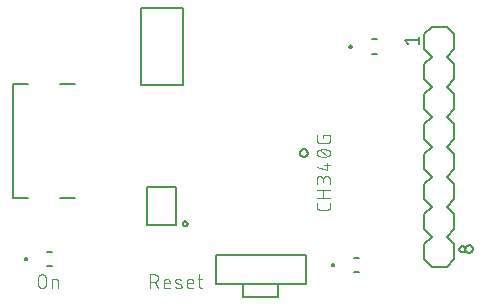
<source format=gbr>
G04 EAGLE Gerber RS-274X export*
G75*
%MOMM*%
%FSLAX34Y34*%
%LPD*%
%INSilkscreen Top*%
%IPPOS*%
%AMOC8*
5,1,8,0,0,1.08239X$1,22.5*%
G01*
%ADD10C,0.101600*%
%ADD11C,0.203200*%
%ADD12C,0.200000*%
%ADD13C,0.127000*%
%ADD14C,0.152400*%


D10*
X115508Y5508D02*
X115508Y17192D01*
X118754Y17192D01*
X118867Y17190D01*
X118980Y17184D01*
X119093Y17174D01*
X119206Y17160D01*
X119318Y17143D01*
X119429Y17121D01*
X119539Y17096D01*
X119649Y17066D01*
X119757Y17033D01*
X119864Y16996D01*
X119970Y16956D01*
X120074Y16911D01*
X120177Y16863D01*
X120278Y16812D01*
X120377Y16757D01*
X120474Y16699D01*
X120569Y16637D01*
X120662Y16572D01*
X120752Y16504D01*
X120840Y16433D01*
X120926Y16358D01*
X121009Y16281D01*
X121089Y16201D01*
X121166Y16118D01*
X121241Y16032D01*
X121312Y15944D01*
X121380Y15854D01*
X121445Y15761D01*
X121507Y15666D01*
X121565Y15569D01*
X121620Y15470D01*
X121671Y15369D01*
X121719Y15266D01*
X121764Y15162D01*
X121804Y15056D01*
X121841Y14949D01*
X121874Y14841D01*
X121904Y14731D01*
X121929Y14621D01*
X121951Y14510D01*
X121968Y14398D01*
X121982Y14285D01*
X121992Y14172D01*
X121998Y14059D01*
X122000Y13946D01*
X121998Y13833D01*
X121992Y13720D01*
X121982Y13607D01*
X121968Y13494D01*
X121951Y13382D01*
X121929Y13271D01*
X121904Y13161D01*
X121874Y13051D01*
X121841Y12943D01*
X121804Y12836D01*
X121764Y12730D01*
X121719Y12626D01*
X121671Y12523D01*
X121620Y12422D01*
X121565Y12323D01*
X121507Y12226D01*
X121445Y12131D01*
X121380Y12038D01*
X121312Y11948D01*
X121241Y11860D01*
X121166Y11774D01*
X121089Y11691D01*
X121009Y11611D01*
X120926Y11534D01*
X120840Y11459D01*
X120752Y11388D01*
X120662Y11320D01*
X120569Y11255D01*
X120474Y11193D01*
X120377Y11135D01*
X120278Y11080D01*
X120177Y11029D01*
X120074Y10981D01*
X119970Y10936D01*
X119864Y10896D01*
X119757Y10859D01*
X119649Y10826D01*
X119539Y10796D01*
X119429Y10771D01*
X119318Y10749D01*
X119206Y10732D01*
X119093Y10718D01*
X118980Y10708D01*
X118867Y10702D01*
X118754Y10700D01*
X118754Y10701D02*
X115508Y10701D01*
X119403Y10701D02*
X121999Y5508D01*
X128699Y5508D02*
X131944Y5508D01*
X128699Y5508D02*
X128612Y5510D01*
X128524Y5516D01*
X128438Y5526D01*
X128351Y5539D01*
X128266Y5557D01*
X128181Y5578D01*
X128097Y5603D01*
X128015Y5632D01*
X127934Y5665D01*
X127854Y5701D01*
X127776Y5740D01*
X127700Y5784D01*
X127626Y5830D01*
X127555Y5880D01*
X127485Y5933D01*
X127418Y5989D01*
X127354Y6048D01*
X127292Y6110D01*
X127233Y6174D01*
X127177Y6241D01*
X127124Y6311D01*
X127074Y6382D01*
X127028Y6456D01*
X126984Y6532D01*
X126945Y6610D01*
X126909Y6690D01*
X126876Y6771D01*
X126847Y6853D01*
X126822Y6937D01*
X126801Y7022D01*
X126783Y7107D01*
X126770Y7194D01*
X126760Y7280D01*
X126754Y7368D01*
X126752Y7455D01*
X126751Y7455D02*
X126751Y10701D01*
X126752Y10701D02*
X126754Y10802D01*
X126760Y10902D01*
X126770Y11002D01*
X126783Y11102D01*
X126801Y11201D01*
X126822Y11300D01*
X126847Y11397D01*
X126876Y11494D01*
X126909Y11589D01*
X126945Y11683D01*
X126985Y11775D01*
X127028Y11866D01*
X127075Y11955D01*
X127125Y12042D01*
X127179Y12128D01*
X127236Y12211D01*
X127296Y12291D01*
X127359Y12370D01*
X127426Y12446D01*
X127495Y12519D01*
X127567Y12589D01*
X127641Y12657D01*
X127718Y12722D01*
X127798Y12783D01*
X127880Y12842D01*
X127964Y12897D01*
X128050Y12949D01*
X128138Y12998D01*
X128228Y13043D01*
X128320Y13085D01*
X128413Y13123D01*
X128508Y13157D01*
X128603Y13188D01*
X128700Y13215D01*
X128798Y13238D01*
X128897Y13258D01*
X128997Y13273D01*
X129097Y13285D01*
X129197Y13293D01*
X129298Y13297D01*
X129398Y13297D01*
X129499Y13293D01*
X129599Y13285D01*
X129699Y13273D01*
X129799Y13258D01*
X129898Y13238D01*
X129996Y13215D01*
X130093Y13188D01*
X130188Y13157D01*
X130283Y13123D01*
X130376Y13085D01*
X130468Y13043D01*
X130558Y12998D01*
X130646Y12949D01*
X130732Y12897D01*
X130816Y12842D01*
X130898Y12783D01*
X130978Y12722D01*
X131055Y12657D01*
X131129Y12589D01*
X131201Y12519D01*
X131270Y12446D01*
X131337Y12370D01*
X131400Y12291D01*
X131460Y12211D01*
X131517Y12128D01*
X131571Y12042D01*
X131621Y11955D01*
X131668Y11866D01*
X131711Y11775D01*
X131751Y11683D01*
X131787Y11589D01*
X131820Y11494D01*
X131849Y11397D01*
X131874Y11300D01*
X131895Y11201D01*
X131913Y11102D01*
X131926Y11002D01*
X131936Y10902D01*
X131942Y10802D01*
X131944Y10701D01*
X131944Y9403D01*
X126751Y9403D01*
X137631Y10052D02*
X140877Y8754D01*
X137631Y10051D02*
X137556Y10084D01*
X137482Y10120D01*
X137410Y10159D01*
X137340Y10202D01*
X137273Y10248D01*
X137207Y10298D01*
X137145Y10350D01*
X137084Y10406D01*
X137027Y10464D01*
X136972Y10525D01*
X136921Y10589D01*
X136873Y10655D01*
X136828Y10724D01*
X136786Y10794D01*
X136748Y10867D01*
X136713Y10941D01*
X136682Y11017D01*
X136655Y11094D01*
X136632Y11173D01*
X136612Y11252D01*
X136597Y11333D01*
X136585Y11414D01*
X136577Y11496D01*
X136573Y11577D01*
X136574Y11659D01*
X136578Y11741D01*
X136586Y11823D01*
X136598Y11904D01*
X136614Y11984D01*
X136634Y12064D01*
X136658Y12142D01*
X136686Y12219D01*
X136717Y12295D01*
X136752Y12369D01*
X136790Y12441D01*
X136832Y12512D01*
X136878Y12580D01*
X136926Y12646D01*
X136978Y12709D01*
X137033Y12770D01*
X137091Y12828D01*
X137151Y12884D01*
X137214Y12936D01*
X137280Y12985D01*
X137348Y13031D01*
X137418Y13073D01*
X137490Y13113D01*
X137564Y13148D01*
X137639Y13180D01*
X137716Y13208D01*
X137794Y13232D01*
X137874Y13253D01*
X137954Y13270D01*
X138035Y13282D01*
X138116Y13291D01*
X138198Y13296D01*
X138280Y13297D01*
X138457Y13293D01*
X138634Y13284D01*
X138811Y13270D01*
X138988Y13253D01*
X139163Y13231D01*
X139339Y13206D01*
X139513Y13175D01*
X139687Y13141D01*
X139860Y13103D01*
X140032Y13060D01*
X140203Y13013D01*
X140373Y12963D01*
X140542Y12908D01*
X140709Y12849D01*
X140874Y12786D01*
X141039Y12719D01*
X141201Y12648D01*
X140877Y8754D02*
X140952Y8721D01*
X141026Y8685D01*
X141098Y8646D01*
X141168Y8603D01*
X141235Y8557D01*
X141301Y8507D01*
X141363Y8455D01*
X141424Y8399D01*
X141481Y8341D01*
X141536Y8280D01*
X141587Y8216D01*
X141635Y8150D01*
X141680Y8081D01*
X141722Y8011D01*
X141760Y7938D01*
X141795Y7864D01*
X141826Y7788D01*
X141853Y7711D01*
X141876Y7632D01*
X141896Y7553D01*
X141911Y7472D01*
X141923Y7391D01*
X141931Y7309D01*
X141935Y7228D01*
X141934Y7146D01*
X141930Y7064D01*
X141922Y6982D01*
X141910Y6901D01*
X141894Y6821D01*
X141874Y6741D01*
X141850Y6663D01*
X141822Y6586D01*
X141791Y6510D01*
X141756Y6436D01*
X141718Y6364D01*
X141676Y6293D01*
X141630Y6225D01*
X141582Y6159D01*
X141530Y6096D01*
X141475Y6035D01*
X141417Y5977D01*
X141357Y5921D01*
X141294Y5869D01*
X141228Y5820D01*
X141160Y5774D01*
X141090Y5732D01*
X141018Y5692D01*
X140944Y5657D01*
X140869Y5625D01*
X140792Y5597D01*
X140714Y5573D01*
X140634Y5552D01*
X140554Y5535D01*
X140473Y5523D01*
X140392Y5514D01*
X140310Y5509D01*
X140228Y5508D01*
X139968Y5515D01*
X139708Y5528D01*
X139448Y5547D01*
X139189Y5572D01*
X138930Y5604D01*
X138673Y5641D01*
X138416Y5685D01*
X138160Y5734D01*
X137906Y5790D01*
X137653Y5851D01*
X137402Y5919D01*
X137152Y5993D01*
X136904Y6072D01*
X136658Y6157D01*
X148511Y5508D02*
X151756Y5508D01*
X148511Y5508D02*
X148424Y5510D01*
X148336Y5516D01*
X148250Y5526D01*
X148163Y5539D01*
X148078Y5557D01*
X147993Y5578D01*
X147909Y5603D01*
X147827Y5632D01*
X147746Y5665D01*
X147666Y5701D01*
X147588Y5740D01*
X147512Y5784D01*
X147438Y5830D01*
X147367Y5880D01*
X147297Y5933D01*
X147230Y5989D01*
X147166Y6048D01*
X147104Y6110D01*
X147045Y6174D01*
X146989Y6241D01*
X146936Y6311D01*
X146886Y6382D01*
X146840Y6456D01*
X146796Y6532D01*
X146757Y6610D01*
X146721Y6690D01*
X146688Y6771D01*
X146659Y6853D01*
X146634Y6937D01*
X146613Y7022D01*
X146595Y7107D01*
X146582Y7194D01*
X146572Y7280D01*
X146566Y7368D01*
X146564Y7455D01*
X146563Y7455D02*
X146563Y10701D01*
X146564Y10701D02*
X146566Y10802D01*
X146572Y10902D01*
X146582Y11002D01*
X146595Y11102D01*
X146613Y11201D01*
X146634Y11300D01*
X146659Y11397D01*
X146688Y11494D01*
X146721Y11589D01*
X146757Y11683D01*
X146797Y11775D01*
X146840Y11866D01*
X146887Y11955D01*
X146937Y12042D01*
X146991Y12128D01*
X147048Y12211D01*
X147108Y12291D01*
X147171Y12370D01*
X147238Y12446D01*
X147307Y12519D01*
X147379Y12589D01*
X147453Y12657D01*
X147530Y12722D01*
X147610Y12783D01*
X147692Y12842D01*
X147776Y12897D01*
X147862Y12949D01*
X147950Y12998D01*
X148040Y13043D01*
X148132Y13085D01*
X148225Y13123D01*
X148320Y13157D01*
X148415Y13188D01*
X148512Y13215D01*
X148610Y13238D01*
X148709Y13258D01*
X148809Y13273D01*
X148909Y13285D01*
X149009Y13293D01*
X149110Y13297D01*
X149210Y13297D01*
X149311Y13293D01*
X149411Y13285D01*
X149511Y13273D01*
X149611Y13258D01*
X149710Y13238D01*
X149808Y13215D01*
X149905Y13188D01*
X150000Y13157D01*
X150095Y13123D01*
X150188Y13085D01*
X150280Y13043D01*
X150370Y12998D01*
X150458Y12949D01*
X150544Y12897D01*
X150628Y12842D01*
X150710Y12783D01*
X150790Y12722D01*
X150867Y12657D01*
X150941Y12589D01*
X151013Y12519D01*
X151082Y12446D01*
X151149Y12370D01*
X151212Y12291D01*
X151272Y12211D01*
X151329Y12128D01*
X151383Y12042D01*
X151433Y11955D01*
X151480Y11866D01*
X151523Y11775D01*
X151563Y11683D01*
X151599Y11589D01*
X151632Y11494D01*
X151661Y11397D01*
X151686Y11300D01*
X151707Y11201D01*
X151725Y11102D01*
X151738Y11002D01*
X151748Y10902D01*
X151754Y10802D01*
X151756Y10701D01*
X151756Y9403D01*
X146563Y9403D01*
X155502Y13297D02*
X159397Y13297D01*
X156800Y17192D02*
X156800Y7455D01*
X156801Y7455D02*
X156803Y7368D01*
X156809Y7280D01*
X156819Y7194D01*
X156832Y7107D01*
X156850Y7022D01*
X156871Y6937D01*
X156896Y6853D01*
X156925Y6771D01*
X156958Y6690D01*
X156994Y6610D01*
X157033Y6532D01*
X157077Y6456D01*
X157123Y6382D01*
X157173Y6311D01*
X157226Y6241D01*
X157282Y6174D01*
X157341Y6110D01*
X157403Y6048D01*
X157467Y5989D01*
X157534Y5933D01*
X157604Y5880D01*
X157675Y5830D01*
X157749Y5784D01*
X157825Y5740D01*
X157903Y5701D01*
X157983Y5665D01*
X158064Y5632D01*
X158146Y5603D01*
X158230Y5578D01*
X158315Y5557D01*
X158400Y5539D01*
X158487Y5526D01*
X158573Y5516D01*
X158661Y5510D01*
X158748Y5508D01*
X159397Y5508D01*
X20508Y8754D02*
X20508Y13946D01*
X20510Y14059D01*
X20516Y14172D01*
X20526Y14285D01*
X20540Y14398D01*
X20557Y14510D01*
X20579Y14621D01*
X20604Y14731D01*
X20634Y14841D01*
X20667Y14949D01*
X20704Y15056D01*
X20744Y15162D01*
X20789Y15266D01*
X20837Y15369D01*
X20888Y15470D01*
X20943Y15569D01*
X21001Y15666D01*
X21063Y15761D01*
X21128Y15854D01*
X21196Y15944D01*
X21267Y16032D01*
X21342Y16118D01*
X21419Y16201D01*
X21499Y16281D01*
X21582Y16358D01*
X21668Y16433D01*
X21756Y16504D01*
X21846Y16572D01*
X21939Y16637D01*
X22034Y16699D01*
X22131Y16757D01*
X22230Y16812D01*
X22331Y16863D01*
X22434Y16911D01*
X22538Y16956D01*
X22644Y16996D01*
X22751Y17033D01*
X22859Y17066D01*
X22969Y17096D01*
X23079Y17121D01*
X23190Y17143D01*
X23302Y17160D01*
X23415Y17174D01*
X23528Y17184D01*
X23641Y17190D01*
X23754Y17192D01*
X23867Y17190D01*
X23980Y17184D01*
X24093Y17174D01*
X24206Y17160D01*
X24318Y17143D01*
X24429Y17121D01*
X24539Y17096D01*
X24649Y17066D01*
X24757Y17033D01*
X24864Y16996D01*
X24970Y16956D01*
X25074Y16911D01*
X25177Y16863D01*
X25278Y16812D01*
X25377Y16757D01*
X25474Y16699D01*
X25569Y16637D01*
X25662Y16572D01*
X25752Y16504D01*
X25840Y16433D01*
X25926Y16358D01*
X26009Y16281D01*
X26089Y16201D01*
X26166Y16118D01*
X26241Y16032D01*
X26312Y15944D01*
X26380Y15854D01*
X26445Y15761D01*
X26507Y15666D01*
X26565Y15569D01*
X26620Y15470D01*
X26671Y15369D01*
X26719Y15266D01*
X26764Y15162D01*
X26804Y15056D01*
X26841Y14949D01*
X26874Y14841D01*
X26904Y14731D01*
X26929Y14621D01*
X26951Y14510D01*
X26968Y14398D01*
X26982Y14285D01*
X26992Y14172D01*
X26998Y14059D01*
X27000Y13946D01*
X26999Y13946D02*
X26999Y8754D01*
X27000Y8754D02*
X26998Y8641D01*
X26992Y8528D01*
X26982Y8415D01*
X26968Y8302D01*
X26951Y8190D01*
X26929Y8079D01*
X26904Y7969D01*
X26874Y7859D01*
X26841Y7751D01*
X26804Y7644D01*
X26764Y7538D01*
X26719Y7434D01*
X26671Y7331D01*
X26620Y7230D01*
X26565Y7131D01*
X26507Y7034D01*
X26445Y6939D01*
X26380Y6846D01*
X26312Y6756D01*
X26241Y6668D01*
X26166Y6582D01*
X26089Y6499D01*
X26009Y6419D01*
X25926Y6342D01*
X25840Y6267D01*
X25752Y6196D01*
X25662Y6128D01*
X25569Y6063D01*
X25474Y6001D01*
X25377Y5943D01*
X25278Y5888D01*
X25177Y5837D01*
X25074Y5789D01*
X24970Y5744D01*
X24864Y5704D01*
X24757Y5667D01*
X24649Y5634D01*
X24539Y5604D01*
X24429Y5579D01*
X24318Y5557D01*
X24206Y5540D01*
X24093Y5526D01*
X23980Y5516D01*
X23867Y5510D01*
X23754Y5508D01*
X23641Y5510D01*
X23528Y5516D01*
X23415Y5526D01*
X23302Y5540D01*
X23190Y5557D01*
X23079Y5579D01*
X22969Y5604D01*
X22859Y5634D01*
X22751Y5667D01*
X22644Y5704D01*
X22538Y5744D01*
X22434Y5789D01*
X22331Y5837D01*
X22230Y5888D01*
X22131Y5943D01*
X22034Y6001D01*
X21939Y6063D01*
X21846Y6128D01*
X21756Y6196D01*
X21668Y6267D01*
X21582Y6342D01*
X21499Y6419D01*
X21419Y6499D01*
X21342Y6582D01*
X21267Y6668D01*
X21196Y6756D01*
X21128Y6846D01*
X21063Y6939D01*
X21001Y7034D01*
X20943Y7131D01*
X20888Y7230D01*
X20837Y7331D01*
X20789Y7434D01*
X20744Y7538D01*
X20704Y7644D01*
X20667Y7751D01*
X20634Y7859D01*
X20604Y7969D01*
X20579Y8079D01*
X20557Y8190D01*
X20540Y8302D01*
X20526Y8415D01*
X20516Y8528D01*
X20510Y8641D01*
X20508Y8754D01*
X32206Y5508D02*
X32206Y13297D01*
X35452Y13297D01*
X35539Y13295D01*
X35627Y13289D01*
X35713Y13279D01*
X35800Y13266D01*
X35885Y13248D01*
X35970Y13227D01*
X36054Y13202D01*
X36136Y13173D01*
X36217Y13140D01*
X36297Y13104D01*
X36375Y13065D01*
X36451Y13021D01*
X36525Y12975D01*
X36596Y12925D01*
X36666Y12872D01*
X36733Y12816D01*
X36797Y12757D01*
X36859Y12696D01*
X36918Y12631D01*
X36974Y12564D01*
X37027Y12494D01*
X37077Y12423D01*
X37123Y12349D01*
X37167Y12273D01*
X37206Y12195D01*
X37242Y12115D01*
X37275Y12034D01*
X37304Y11952D01*
X37329Y11868D01*
X37350Y11783D01*
X37368Y11698D01*
X37381Y11611D01*
X37391Y11525D01*
X37397Y11437D01*
X37399Y11350D01*
X37399Y5508D01*
D11*
X242244Y119950D02*
X242246Y120064D01*
X242252Y120177D01*
X242262Y120290D01*
X242276Y120403D01*
X242293Y120515D01*
X242315Y120627D01*
X242341Y120738D01*
X242370Y120847D01*
X242403Y120956D01*
X242440Y121064D01*
X242481Y121170D01*
X242525Y121274D01*
X242574Y121377D01*
X242625Y121479D01*
X242680Y121578D01*
X242739Y121675D01*
X242801Y121771D01*
X242866Y121864D01*
X242934Y121955D01*
X243006Y122043D01*
X243080Y122129D01*
X243158Y122212D01*
X243238Y122292D01*
X243321Y122370D01*
X243407Y122444D01*
X243495Y122516D01*
X243586Y122584D01*
X243679Y122649D01*
X243775Y122711D01*
X243872Y122770D01*
X243971Y122825D01*
X244073Y122876D01*
X244176Y122925D01*
X244280Y122969D01*
X244386Y123010D01*
X244494Y123047D01*
X244603Y123080D01*
X244712Y123109D01*
X244823Y123135D01*
X244935Y123157D01*
X245047Y123174D01*
X245160Y123188D01*
X245273Y123198D01*
X245386Y123204D01*
X245500Y123206D01*
X245614Y123204D01*
X245727Y123198D01*
X245840Y123188D01*
X245953Y123174D01*
X246065Y123157D01*
X246177Y123135D01*
X246288Y123109D01*
X246397Y123080D01*
X246506Y123047D01*
X246614Y123010D01*
X246720Y122969D01*
X246824Y122925D01*
X246927Y122876D01*
X247029Y122825D01*
X247128Y122770D01*
X247225Y122711D01*
X247321Y122649D01*
X247414Y122584D01*
X247505Y122516D01*
X247593Y122444D01*
X247679Y122370D01*
X247762Y122292D01*
X247842Y122212D01*
X247920Y122129D01*
X247994Y122043D01*
X248066Y121955D01*
X248134Y121864D01*
X248199Y121771D01*
X248261Y121675D01*
X248320Y121578D01*
X248375Y121479D01*
X248426Y121377D01*
X248475Y121274D01*
X248519Y121170D01*
X248560Y121064D01*
X248597Y120956D01*
X248630Y120847D01*
X248659Y120738D01*
X248685Y120627D01*
X248707Y120515D01*
X248724Y120403D01*
X248738Y120290D01*
X248748Y120177D01*
X248754Y120064D01*
X248756Y119950D01*
X248754Y119836D01*
X248748Y119723D01*
X248738Y119610D01*
X248724Y119497D01*
X248707Y119385D01*
X248685Y119273D01*
X248659Y119162D01*
X248630Y119053D01*
X248597Y118944D01*
X248560Y118836D01*
X248519Y118730D01*
X248475Y118626D01*
X248426Y118523D01*
X248375Y118421D01*
X248320Y118322D01*
X248261Y118225D01*
X248199Y118129D01*
X248134Y118036D01*
X248066Y117945D01*
X247994Y117857D01*
X247920Y117771D01*
X247842Y117688D01*
X247762Y117608D01*
X247679Y117530D01*
X247593Y117456D01*
X247505Y117384D01*
X247414Y117316D01*
X247321Y117251D01*
X247225Y117189D01*
X247128Y117130D01*
X247029Y117075D01*
X246927Y117024D01*
X246824Y116975D01*
X246720Y116931D01*
X246614Y116890D01*
X246506Y116853D01*
X246397Y116820D01*
X246288Y116791D01*
X246177Y116765D01*
X246065Y116743D01*
X245953Y116726D01*
X245840Y116712D01*
X245727Y116702D01*
X245614Y116696D01*
X245500Y116694D01*
X245386Y116696D01*
X245273Y116702D01*
X245160Y116712D01*
X245047Y116726D01*
X244935Y116743D01*
X244823Y116765D01*
X244712Y116791D01*
X244603Y116820D01*
X244494Y116853D01*
X244386Y116890D01*
X244280Y116931D01*
X244176Y116975D01*
X244073Y117024D01*
X243971Y117075D01*
X243872Y117130D01*
X243775Y117189D01*
X243679Y117251D01*
X243586Y117316D01*
X243495Y117384D01*
X243407Y117456D01*
X243321Y117530D01*
X243238Y117608D01*
X243158Y117688D01*
X243080Y117771D01*
X243006Y117857D01*
X242934Y117945D01*
X242866Y118036D01*
X242801Y118129D01*
X242739Y118225D01*
X242680Y118322D01*
X242625Y118421D01*
X242574Y118523D01*
X242525Y118626D01*
X242481Y118730D01*
X242440Y118836D01*
X242403Y118944D01*
X242370Y119053D01*
X242341Y119162D01*
X242315Y119273D01*
X242293Y119385D01*
X242276Y119497D01*
X242262Y119610D01*
X242252Y119723D01*
X242246Y119836D01*
X242244Y119950D01*
D10*
X267992Y77173D02*
X267992Y74576D01*
X267990Y74477D01*
X267984Y74377D01*
X267975Y74278D01*
X267962Y74180D01*
X267945Y74082D01*
X267924Y73984D01*
X267899Y73888D01*
X267871Y73793D01*
X267839Y73699D01*
X267804Y73606D01*
X267765Y73514D01*
X267722Y73424D01*
X267677Y73336D01*
X267627Y73249D01*
X267575Y73165D01*
X267519Y73082D01*
X267461Y73002D01*
X267399Y72924D01*
X267334Y72849D01*
X267266Y72776D01*
X267196Y72706D01*
X267123Y72638D01*
X267048Y72573D01*
X266970Y72511D01*
X266890Y72453D01*
X266807Y72397D01*
X266723Y72345D01*
X266636Y72295D01*
X266548Y72250D01*
X266458Y72207D01*
X266366Y72168D01*
X266273Y72133D01*
X266179Y72101D01*
X266084Y72073D01*
X265988Y72048D01*
X265890Y72027D01*
X265792Y72010D01*
X265694Y71997D01*
X265595Y71988D01*
X265495Y71982D01*
X265396Y71980D01*
X258904Y71980D01*
X258904Y71979D02*
X258805Y71981D01*
X258705Y71987D01*
X258606Y71996D01*
X258508Y72009D01*
X258410Y72027D01*
X258312Y72047D01*
X258216Y72072D01*
X258120Y72100D01*
X258026Y72132D01*
X257933Y72167D01*
X257842Y72206D01*
X257752Y72249D01*
X257663Y72294D01*
X257577Y72344D01*
X257492Y72396D01*
X257410Y72452D01*
X257330Y72511D01*
X257252Y72572D01*
X257176Y72637D01*
X257103Y72705D01*
X257033Y72775D01*
X256965Y72848D01*
X256900Y72924D01*
X256839Y73002D01*
X256780Y73082D01*
X256724Y73164D01*
X256672Y73249D01*
X256623Y73335D01*
X256577Y73424D01*
X256534Y73514D01*
X256495Y73605D01*
X256460Y73698D01*
X256428Y73792D01*
X256400Y73888D01*
X256375Y73984D01*
X256355Y74082D01*
X256337Y74180D01*
X256324Y74278D01*
X256315Y74377D01*
X256309Y74476D01*
X256307Y74576D01*
X256308Y74576D02*
X256308Y77173D01*
X256308Y81919D02*
X267992Y81919D01*
X261501Y81919D02*
X261501Y88410D01*
X256308Y88410D02*
X267992Y88410D01*
X267992Y93730D02*
X267992Y96976D01*
X267990Y97089D01*
X267984Y97202D01*
X267974Y97315D01*
X267960Y97428D01*
X267943Y97540D01*
X267921Y97651D01*
X267896Y97761D01*
X267866Y97871D01*
X267833Y97979D01*
X267796Y98086D01*
X267756Y98192D01*
X267711Y98296D01*
X267663Y98399D01*
X267612Y98500D01*
X267557Y98599D01*
X267499Y98696D01*
X267437Y98791D01*
X267372Y98884D01*
X267304Y98974D01*
X267233Y99062D01*
X267158Y99148D01*
X267081Y99231D01*
X267001Y99311D01*
X266918Y99388D01*
X266832Y99463D01*
X266744Y99534D01*
X266654Y99602D01*
X266561Y99667D01*
X266466Y99729D01*
X266369Y99787D01*
X266270Y99842D01*
X266169Y99893D01*
X266066Y99941D01*
X265962Y99986D01*
X265856Y100026D01*
X265749Y100063D01*
X265641Y100096D01*
X265531Y100126D01*
X265421Y100151D01*
X265310Y100173D01*
X265198Y100190D01*
X265085Y100204D01*
X264972Y100214D01*
X264859Y100220D01*
X264746Y100222D01*
X264633Y100220D01*
X264520Y100214D01*
X264407Y100204D01*
X264294Y100190D01*
X264182Y100173D01*
X264071Y100151D01*
X263961Y100126D01*
X263851Y100096D01*
X263743Y100063D01*
X263636Y100026D01*
X263530Y99986D01*
X263426Y99941D01*
X263323Y99893D01*
X263222Y99842D01*
X263123Y99787D01*
X263026Y99729D01*
X262931Y99667D01*
X262838Y99602D01*
X262748Y99534D01*
X262660Y99463D01*
X262574Y99388D01*
X262491Y99311D01*
X262411Y99231D01*
X262334Y99148D01*
X262259Y99062D01*
X262188Y98974D01*
X262120Y98884D01*
X262055Y98791D01*
X261993Y98696D01*
X261935Y98599D01*
X261880Y98500D01*
X261829Y98399D01*
X261781Y98296D01*
X261736Y98192D01*
X261696Y98086D01*
X261659Y97979D01*
X261626Y97871D01*
X261596Y97761D01*
X261571Y97651D01*
X261549Y97540D01*
X261532Y97428D01*
X261518Y97315D01*
X261508Y97202D01*
X261502Y97089D01*
X261500Y96976D01*
X256308Y97625D02*
X256308Y93730D01*
X256308Y97625D02*
X256310Y97726D01*
X256316Y97826D01*
X256326Y97926D01*
X256339Y98026D01*
X256357Y98125D01*
X256378Y98224D01*
X256403Y98321D01*
X256432Y98418D01*
X256465Y98513D01*
X256501Y98607D01*
X256541Y98699D01*
X256584Y98790D01*
X256631Y98879D01*
X256681Y98966D01*
X256735Y99052D01*
X256792Y99135D01*
X256852Y99215D01*
X256915Y99294D01*
X256982Y99370D01*
X257051Y99443D01*
X257123Y99513D01*
X257197Y99581D01*
X257274Y99646D01*
X257354Y99707D01*
X257436Y99766D01*
X257520Y99821D01*
X257606Y99873D01*
X257694Y99922D01*
X257784Y99967D01*
X257876Y100009D01*
X257969Y100047D01*
X258064Y100081D01*
X258159Y100112D01*
X258256Y100139D01*
X258354Y100162D01*
X258453Y100182D01*
X258553Y100197D01*
X258653Y100209D01*
X258753Y100217D01*
X258854Y100221D01*
X258954Y100221D01*
X259055Y100217D01*
X259155Y100209D01*
X259255Y100197D01*
X259355Y100182D01*
X259454Y100162D01*
X259552Y100139D01*
X259649Y100112D01*
X259744Y100081D01*
X259839Y100047D01*
X259932Y100009D01*
X260024Y99967D01*
X260114Y99922D01*
X260202Y99873D01*
X260288Y99821D01*
X260372Y99766D01*
X260454Y99707D01*
X260534Y99646D01*
X260611Y99581D01*
X260685Y99513D01*
X260757Y99443D01*
X260826Y99370D01*
X260893Y99294D01*
X260956Y99215D01*
X261016Y99135D01*
X261073Y99052D01*
X261127Y98966D01*
X261177Y98879D01*
X261224Y98790D01*
X261267Y98699D01*
X261307Y98607D01*
X261343Y98513D01*
X261376Y98418D01*
X261405Y98321D01*
X261430Y98224D01*
X261451Y98125D01*
X261469Y98026D01*
X261482Y97926D01*
X261492Y97826D01*
X261498Y97726D01*
X261500Y97625D01*
X261501Y97625D02*
X261501Y95028D01*
X265396Y105160D02*
X256308Y107756D01*
X265396Y105160D02*
X265396Y111651D01*
X262799Y109704D02*
X267992Y109704D01*
X262150Y116590D02*
X261920Y116593D01*
X261690Y116601D01*
X261461Y116615D01*
X261232Y116634D01*
X261003Y116659D01*
X260775Y116689D01*
X260548Y116724D01*
X260322Y116765D01*
X260097Y116811D01*
X259873Y116863D01*
X259650Y116920D01*
X259429Y116982D01*
X259209Y117050D01*
X258991Y117123D01*
X258775Y117201D01*
X258561Y117284D01*
X258349Y117372D01*
X258138Y117465D01*
X257931Y117564D01*
X257931Y117563D02*
X257841Y117596D01*
X257752Y117632D01*
X257664Y117672D01*
X257579Y117716D01*
X257495Y117763D01*
X257413Y117813D01*
X257333Y117867D01*
X257256Y117923D01*
X257180Y117983D01*
X257107Y118046D01*
X257037Y118111D01*
X256969Y118180D01*
X256905Y118251D01*
X256843Y118324D01*
X256784Y118400D01*
X256728Y118478D01*
X256675Y118559D01*
X256626Y118641D01*
X256580Y118725D01*
X256537Y118812D01*
X256498Y118899D01*
X256462Y118989D01*
X256430Y119079D01*
X256402Y119171D01*
X256377Y119264D01*
X256356Y119358D01*
X256339Y119452D01*
X256325Y119547D01*
X256316Y119643D01*
X256310Y119739D01*
X256308Y119835D01*
X256310Y119931D01*
X256316Y120027D01*
X256325Y120123D01*
X256339Y120218D01*
X256356Y120312D01*
X256377Y120406D01*
X256402Y120499D01*
X256430Y120591D01*
X256462Y120681D01*
X256498Y120771D01*
X256537Y120859D01*
X256580Y120945D01*
X256626Y121029D01*
X256675Y121111D01*
X256728Y121192D01*
X256784Y121270D01*
X256843Y121346D01*
X256905Y121419D01*
X256969Y121490D01*
X257037Y121559D01*
X257107Y121624D01*
X257180Y121687D01*
X257256Y121747D01*
X257333Y121803D01*
X257413Y121857D01*
X257495Y121907D01*
X257579Y121954D01*
X257664Y121998D01*
X257752Y122038D01*
X257841Y122074D01*
X257931Y122107D01*
X258138Y122206D01*
X258349Y122299D01*
X258561Y122387D01*
X258775Y122470D01*
X258991Y122548D01*
X259209Y122621D01*
X259429Y122689D01*
X259650Y122751D01*
X259873Y122808D01*
X260097Y122860D01*
X260322Y122906D01*
X260548Y122947D01*
X260775Y122982D01*
X261003Y123012D01*
X261232Y123037D01*
X261461Y123056D01*
X261690Y123070D01*
X261920Y123078D01*
X262150Y123081D01*
X262150Y116590D02*
X262380Y116593D01*
X262610Y116601D01*
X262839Y116615D01*
X263068Y116634D01*
X263297Y116659D01*
X263525Y116689D01*
X263752Y116724D01*
X263978Y116765D01*
X264203Y116811D01*
X264427Y116863D01*
X264650Y116920D01*
X264871Y116982D01*
X265091Y117050D01*
X265309Y117123D01*
X265525Y117201D01*
X265739Y117284D01*
X265951Y117372D01*
X266162Y117465D01*
X266369Y117564D01*
X266369Y117563D02*
X266459Y117596D01*
X266548Y117632D01*
X266636Y117673D01*
X266721Y117716D01*
X266805Y117763D01*
X266887Y117813D01*
X266967Y117867D01*
X267044Y117923D01*
X267120Y117983D01*
X267193Y118046D01*
X267263Y118111D01*
X267331Y118180D01*
X267395Y118251D01*
X267457Y118324D01*
X267516Y118400D01*
X267572Y118478D01*
X267625Y118559D01*
X267674Y118641D01*
X267720Y118725D01*
X267763Y118812D01*
X267802Y118899D01*
X267838Y118989D01*
X267870Y119079D01*
X267898Y119171D01*
X267923Y119264D01*
X267944Y119358D01*
X267961Y119452D01*
X267975Y119547D01*
X267984Y119643D01*
X267990Y119739D01*
X267992Y119835D01*
X266369Y122107D02*
X266162Y122206D01*
X265951Y122299D01*
X265739Y122387D01*
X265525Y122470D01*
X265309Y122548D01*
X265091Y122621D01*
X264871Y122689D01*
X264650Y122751D01*
X264427Y122808D01*
X264203Y122860D01*
X263978Y122906D01*
X263752Y122947D01*
X263525Y122982D01*
X263297Y123012D01*
X263068Y123037D01*
X262839Y123056D01*
X262610Y123070D01*
X262380Y123078D01*
X262150Y123081D01*
X266369Y122107D02*
X266459Y122074D01*
X266548Y122038D01*
X266636Y121998D01*
X266721Y121954D01*
X266805Y121907D01*
X266887Y121857D01*
X266967Y121803D01*
X267044Y121747D01*
X267120Y121687D01*
X267193Y121624D01*
X267263Y121559D01*
X267331Y121490D01*
X267395Y121419D01*
X267457Y121346D01*
X267516Y121270D01*
X267572Y121192D01*
X267625Y121111D01*
X267674Y121029D01*
X267720Y120945D01*
X267763Y120858D01*
X267802Y120771D01*
X267838Y120681D01*
X267870Y120591D01*
X267898Y120499D01*
X267923Y120406D01*
X267944Y120312D01*
X267961Y120218D01*
X267975Y120123D01*
X267984Y120027D01*
X267990Y119931D01*
X267992Y119835D01*
X265396Y117239D02*
X258904Y122432D01*
X261501Y132945D02*
X261501Y134892D01*
X267992Y134892D01*
X267992Y130997D01*
X267990Y130898D01*
X267984Y130798D01*
X267975Y130699D01*
X267962Y130601D01*
X267945Y130503D01*
X267924Y130405D01*
X267899Y130309D01*
X267871Y130214D01*
X267839Y130120D01*
X267804Y130027D01*
X267765Y129935D01*
X267722Y129845D01*
X267677Y129757D01*
X267627Y129670D01*
X267575Y129586D01*
X267519Y129503D01*
X267461Y129423D01*
X267399Y129345D01*
X267334Y129270D01*
X267266Y129197D01*
X267196Y129127D01*
X267123Y129059D01*
X267048Y128994D01*
X266970Y128932D01*
X266890Y128874D01*
X266807Y128818D01*
X266723Y128766D01*
X266636Y128716D01*
X266548Y128671D01*
X266458Y128628D01*
X266366Y128589D01*
X266273Y128554D01*
X266179Y128522D01*
X266084Y128494D01*
X265988Y128469D01*
X265890Y128448D01*
X265792Y128431D01*
X265694Y128418D01*
X265595Y128409D01*
X265495Y128403D01*
X265396Y128401D01*
X258904Y128401D01*
X258904Y128400D02*
X258805Y128402D01*
X258705Y128408D01*
X258606Y128417D01*
X258508Y128430D01*
X258410Y128448D01*
X258312Y128468D01*
X258216Y128493D01*
X258120Y128521D01*
X258026Y128553D01*
X257933Y128588D01*
X257842Y128627D01*
X257752Y128670D01*
X257663Y128715D01*
X257577Y128765D01*
X257492Y128817D01*
X257410Y128873D01*
X257330Y128932D01*
X257252Y128993D01*
X257176Y129058D01*
X257103Y129126D01*
X257033Y129196D01*
X256965Y129269D01*
X256900Y129345D01*
X256839Y129423D01*
X256780Y129503D01*
X256724Y129585D01*
X256672Y129670D01*
X256623Y129756D01*
X256577Y129845D01*
X256534Y129935D01*
X256495Y130026D01*
X256460Y130119D01*
X256428Y130213D01*
X256400Y130309D01*
X256375Y130405D01*
X256355Y130503D01*
X256337Y130601D01*
X256324Y130699D01*
X256315Y130798D01*
X256309Y130897D01*
X256307Y130997D01*
X256308Y130997D02*
X256308Y134892D01*
D12*
X269000Y25000D02*
X269002Y25063D01*
X269008Y25125D01*
X269018Y25187D01*
X269031Y25249D01*
X269049Y25309D01*
X269070Y25368D01*
X269095Y25426D01*
X269124Y25482D01*
X269156Y25536D01*
X269191Y25588D01*
X269229Y25637D01*
X269271Y25685D01*
X269315Y25729D01*
X269363Y25771D01*
X269412Y25809D01*
X269464Y25844D01*
X269518Y25876D01*
X269574Y25905D01*
X269632Y25930D01*
X269691Y25951D01*
X269751Y25969D01*
X269813Y25982D01*
X269875Y25992D01*
X269937Y25998D01*
X270000Y26000D01*
X270063Y25998D01*
X270125Y25992D01*
X270187Y25982D01*
X270249Y25969D01*
X270309Y25951D01*
X270368Y25930D01*
X270426Y25905D01*
X270482Y25876D01*
X270536Y25844D01*
X270588Y25809D01*
X270637Y25771D01*
X270685Y25729D01*
X270729Y25685D01*
X270771Y25637D01*
X270809Y25588D01*
X270844Y25536D01*
X270876Y25482D01*
X270905Y25426D01*
X270930Y25368D01*
X270951Y25309D01*
X270969Y25249D01*
X270982Y25187D01*
X270992Y25125D01*
X270998Y25063D01*
X271000Y25000D01*
X270998Y24937D01*
X270992Y24875D01*
X270982Y24813D01*
X270969Y24751D01*
X270951Y24691D01*
X270930Y24632D01*
X270905Y24574D01*
X270876Y24518D01*
X270844Y24464D01*
X270809Y24412D01*
X270771Y24363D01*
X270729Y24315D01*
X270685Y24271D01*
X270637Y24229D01*
X270588Y24191D01*
X270536Y24156D01*
X270482Y24124D01*
X270426Y24095D01*
X270368Y24070D01*
X270309Y24049D01*
X270249Y24031D01*
X270187Y24018D01*
X270125Y24008D01*
X270063Y24002D01*
X270000Y24000D01*
X269937Y24002D01*
X269875Y24008D01*
X269813Y24018D01*
X269751Y24031D01*
X269691Y24049D01*
X269632Y24070D01*
X269574Y24095D01*
X269518Y24124D01*
X269464Y24156D01*
X269412Y24191D01*
X269363Y24229D01*
X269315Y24271D01*
X269271Y24315D01*
X269229Y24363D01*
X269191Y24412D01*
X269156Y24464D01*
X269124Y24518D01*
X269095Y24574D01*
X269070Y24632D01*
X269049Y24691D01*
X269031Y24751D01*
X269018Y24813D01*
X269008Y24875D01*
X269002Y24937D01*
X269000Y25000D01*
X288000Y31000D02*
X292000Y31000D01*
X292000Y19000D02*
X288000Y19000D01*
X284000Y210000D02*
X284002Y210063D01*
X284008Y210125D01*
X284018Y210187D01*
X284031Y210249D01*
X284049Y210309D01*
X284070Y210368D01*
X284095Y210426D01*
X284124Y210482D01*
X284156Y210536D01*
X284191Y210588D01*
X284229Y210637D01*
X284271Y210685D01*
X284315Y210729D01*
X284363Y210771D01*
X284412Y210809D01*
X284464Y210844D01*
X284518Y210876D01*
X284574Y210905D01*
X284632Y210930D01*
X284691Y210951D01*
X284751Y210969D01*
X284813Y210982D01*
X284875Y210992D01*
X284937Y210998D01*
X285000Y211000D01*
X285063Y210998D01*
X285125Y210992D01*
X285187Y210982D01*
X285249Y210969D01*
X285309Y210951D01*
X285368Y210930D01*
X285426Y210905D01*
X285482Y210876D01*
X285536Y210844D01*
X285588Y210809D01*
X285637Y210771D01*
X285685Y210729D01*
X285729Y210685D01*
X285771Y210637D01*
X285809Y210588D01*
X285844Y210536D01*
X285876Y210482D01*
X285905Y210426D01*
X285930Y210368D01*
X285951Y210309D01*
X285969Y210249D01*
X285982Y210187D01*
X285992Y210125D01*
X285998Y210063D01*
X286000Y210000D01*
X285998Y209937D01*
X285992Y209875D01*
X285982Y209813D01*
X285969Y209751D01*
X285951Y209691D01*
X285930Y209632D01*
X285905Y209574D01*
X285876Y209518D01*
X285844Y209464D01*
X285809Y209412D01*
X285771Y209363D01*
X285729Y209315D01*
X285685Y209271D01*
X285637Y209229D01*
X285588Y209191D01*
X285536Y209156D01*
X285482Y209124D01*
X285426Y209095D01*
X285368Y209070D01*
X285309Y209049D01*
X285249Y209031D01*
X285187Y209018D01*
X285125Y209008D01*
X285063Y209002D01*
X285000Y209000D01*
X284937Y209002D01*
X284875Y209008D01*
X284813Y209018D01*
X284751Y209031D01*
X284691Y209049D01*
X284632Y209070D01*
X284574Y209095D01*
X284518Y209124D01*
X284464Y209156D01*
X284412Y209191D01*
X284363Y209229D01*
X284315Y209271D01*
X284271Y209315D01*
X284229Y209363D01*
X284191Y209412D01*
X284156Y209464D01*
X284124Y209518D01*
X284095Y209574D01*
X284070Y209632D01*
X284049Y209691D01*
X284031Y209751D01*
X284018Y209813D01*
X284008Y209875D01*
X284002Y209937D01*
X284000Y210000D01*
X303000Y216000D02*
X307000Y216000D01*
X307000Y204000D02*
X303000Y204000D01*
D11*
X142780Y242770D02*
X107220Y242770D01*
X142780Y242770D02*
X142780Y177230D01*
X107220Y177230D01*
X107220Y242770D01*
D12*
X9000Y30000D02*
X9002Y30063D01*
X9008Y30125D01*
X9018Y30187D01*
X9031Y30249D01*
X9049Y30309D01*
X9070Y30368D01*
X9095Y30426D01*
X9124Y30482D01*
X9156Y30536D01*
X9191Y30588D01*
X9229Y30637D01*
X9271Y30685D01*
X9315Y30729D01*
X9363Y30771D01*
X9412Y30809D01*
X9464Y30844D01*
X9518Y30876D01*
X9574Y30905D01*
X9632Y30930D01*
X9691Y30951D01*
X9751Y30969D01*
X9813Y30982D01*
X9875Y30992D01*
X9937Y30998D01*
X10000Y31000D01*
X10063Y30998D01*
X10125Y30992D01*
X10187Y30982D01*
X10249Y30969D01*
X10309Y30951D01*
X10368Y30930D01*
X10426Y30905D01*
X10482Y30876D01*
X10536Y30844D01*
X10588Y30809D01*
X10637Y30771D01*
X10685Y30729D01*
X10729Y30685D01*
X10771Y30637D01*
X10809Y30588D01*
X10844Y30536D01*
X10876Y30482D01*
X10905Y30426D01*
X10930Y30368D01*
X10951Y30309D01*
X10969Y30249D01*
X10982Y30187D01*
X10992Y30125D01*
X10998Y30063D01*
X11000Y30000D01*
X10998Y29937D01*
X10992Y29875D01*
X10982Y29813D01*
X10969Y29751D01*
X10951Y29691D01*
X10930Y29632D01*
X10905Y29574D01*
X10876Y29518D01*
X10844Y29464D01*
X10809Y29412D01*
X10771Y29363D01*
X10729Y29315D01*
X10685Y29271D01*
X10637Y29229D01*
X10588Y29191D01*
X10536Y29156D01*
X10482Y29124D01*
X10426Y29095D01*
X10368Y29070D01*
X10309Y29049D01*
X10249Y29031D01*
X10187Y29018D01*
X10125Y29008D01*
X10063Y29002D01*
X10000Y29000D01*
X9937Y29002D01*
X9875Y29008D01*
X9813Y29018D01*
X9751Y29031D01*
X9691Y29049D01*
X9632Y29070D01*
X9574Y29095D01*
X9518Y29124D01*
X9464Y29156D01*
X9412Y29191D01*
X9363Y29229D01*
X9315Y29271D01*
X9271Y29315D01*
X9229Y29363D01*
X9191Y29412D01*
X9156Y29464D01*
X9124Y29518D01*
X9095Y29574D01*
X9070Y29632D01*
X9049Y29691D01*
X9031Y29751D01*
X9018Y29813D01*
X9008Y29875D01*
X9002Y29937D01*
X9000Y30000D01*
X28000Y36000D02*
X32000Y36000D01*
X32000Y24000D02*
X28000Y24000D01*
X11800Y177900D02*
X-1000Y177900D01*
X-1000Y82100D01*
X11800Y82100D01*
X39000Y177900D02*
X51500Y177900D01*
X51500Y82100D02*
X39000Y82100D01*
D13*
X137500Y91000D02*
X137500Y59000D01*
X137500Y91000D02*
X112500Y91000D01*
X112500Y59000D01*
X137500Y59000D01*
X143000Y60000D02*
X143002Y60089D01*
X143008Y60178D01*
X143018Y60267D01*
X143032Y60355D01*
X143049Y60442D01*
X143071Y60528D01*
X143097Y60614D01*
X143126Y60698D01*
X143159Y60781D01*
X143195Y60862D01*
X143236Y60942D01*
X143279Y61019D01*
X143326Y61095D01*
X143377Y61168D01*
X143430Y61239D01*
X143487Y61308D01*
X143547Y61374D01*
X143610Y61438D01*
X143675Y61498D01*
X143743Y61556D01*
X143814Y61610D01*
X143887Y61661D01*
X143962Y61709D01*
X144039Y61754D01*
X144118Y61795D01*
X144199Y61832D01*
X144281Y61866D01*
X144365Y61897D01*
X144450Y61923D01*
X144536Y61946D01*
X144623Y61964D01*
X144711Y61979D01*
X144800Y61990D01*
X144889Y61997D01*
X144978Y62000D01*
X145067Y61999D01*
X145156Y61994D01*
X145244Y61985D01*
X145333Y61972D01*
X145420Y61955D01*
X145507Y61935D01*
X145593Y61910D01*
X145677Y61882D01*
X145760Y61850D01*
X145842Y61814D01*
X145922Y61775D01*
X146000Y61732D01*
X146076Y61686D01*
X146150Y61636D01*
X146222Y61583D01*
X146291Y61527D01*
X146358Y61468D01*
X146422Y61406D01*
X146483Y61342D01*
X146542Y61274D01*
X146597Y61204D01*
X146649Y61132D01*
X146698Y61057D01*
X146743Y60981D01*
X146785Y60902D01*
X146823Y60822D01*
X146858Y60740D01*
X146889Y60656D01*
X146917Y60571D01*
X146940Y60485D01*
X146960Y60398D01*
X146976Y60311D01*
X146988Y60222D01*
X146996Y60134D01*
X147000Y60045D01*
X147000Y59955D01*
X146996Y59866D01*
X146988Y59778D01*
X146976Y59689D01*
X146960Y59602D01*
X146940Y59515D01*
X146917Y59429D01*
X146889Y59344D01*
X146858Y59260D01*
X146823Y59178D01*
X146785Y59098D01*
X146743Y59019D01*
X146698Y58943D01*
X146649Y58868D01*
X146597Y58796D01*
X146542Y58726D01*
X146483Y58658D01*
X146422Y58594D01*
X146358Y58532D01*
X146291Y58473D01*
X146222Y58417D01*
X146150Y58364D01*
X146076Y58314D01*
X146000Y58268D01*
X145922Y58225D01*
X145842Y58186D01*
X145760Y58150D01*
X145677Y58118D01*
X145593Y58090D01*
X145507Y58065D01*
X145420Y58045D01*
X145333Y58028D01*
X145244Y58015D01*
X145156Y58006D01*
X145067Y58001D01*
X144978Y58000D01*
X144889Y58003D01*
X144800Y58010D01*
X144711Y58021D01*
X144623Y58036D01*
X144536Y58054D01*
X144450Y58077D01*
X144365Y58103D01*
X144281Y58134D01*
X144199Y58168D01*
X144118Y58205D01*
X144039Y58246D01*
X143962Y58291D01*
X143887Y58339D01*
X143814Y58390D01*
X143743Y58444D01*
X143675Y58502D01*
X143610Y58562D01*
X143547Y58626D01*
X143487Y58692D01*
X143430Y58761D01*
X143377Y58832D01*
X143326Y58905D01*
X143279Y58981D01*
X143236Y59058D01*
X143195Y59138D01*
X143159Y59219D01*
X143126Y59302D01*
X143097Y59386D01*
X143071Y59472D01*
X143049Y59558D01*
X143032Y59645D01*
X143018Y59733D01*
X143008Y59822D01*
X143002Y59911D01*
X143000Y60000D01*
X171000Y33700D02*
X171000Y9000D01*
X247000Y9000D01*
X247000Y33700D01*
X171000Y33700D01*
X194000Y8000D02*
X194000Y-2000D01*
X224000Y-2000D01*
X224000Y8000D01*
D14*
X372700Y207550D02*
X372700Y220250D01*
X372700Y207550D02*
X366350Y201200D01*
X353650Y201200D02*
X347300Y207550D01*
X366350Y201200D02*
X372700Y194850D01*
X372700Y182150D01*
X366350Y175800D01*
X353650Y175800D02*
X347300Y182150D01*
X347300Y194850D01*
X353650Y201200D01*
X353650Y226600D02*
X366350Y226600D01*
X372700Y220250D01*
X353650Y226600D02*
X347300Y220250D01*
X347300Y207550D01*
X366350Y175800D02*
X372700Y169450D01*
X372700Y156750D01*
X366350Y150400D01*
X353650Y150400D02*
X347300Y156750D01*
X347300Y169450D01*
X353650Y175800D01*
X372700Y144050D02*
X372700Y131350D01*
X366350Y125000D01*
X353650Y125000D02*
X347300Y131350D01*
X366350Y150400D02*
X372700Y144050D01*
X353650Y150400D02*
X347300Y144050D01*
X347300Y131350D01*
X372700Y118650D02*
X372700Y105950D01*
X366350Y99600D01*
X353650Y99600D02*
X347300Y105950D01*
X366350Y99600D02*
X372700Y93250D01*
X372700Y80550D01*
X366350Y74200D01*
X353650Y74200D02*
X347300Y80550D01*
X347300Y93250D01*
X353650Y99600D01*
X372700Y118650D02*
X366350Y125000D01*
X353650Y125000D02*
X347300Y118650D01*
X347300Y105950D01*
X366350Y74200D02*
X372700Y67850D01*
X372700Y55150D01*
X366350Y48800D01*
X353650Y48800D02*
X347300Y55150D01*
X347300Y67850D01*
X353650Y74200D01*
X372700Y42450D02*
X372700Y29750D01*
X366350Y23400D01*
X353650Y23400D01*
X347300Y29750D01*
X366350Y48800D02*
X372700Y42450D01*
X353650Y48800D02*
X347300Y42450D01*
X347300Y29750D01*
D13*
X333965Y211995D02*
X331425Y215170D01*
X342855Y215170D01*
X342855Y211995D02*
X342855Y218345D01*
X385400Y41815D02*
X385289Y41813D01*
X385179Y41807D01*
X385068Y41798D01*
X384958Y41784D01*
X384849Y41767D01*
X384740Y41746D01*
X384632Y41721D01*
X384525Y41692D01*
X384419Y41660D01*
X384314Y41624D01*
X384211Y41584D01*
X384109Y41541D01*
X384008Y41494D01*
X383909Y41443D01*
X383813Y41390D01*
X383718Y41333D01*
X383625Y41272D01*
X383534Y41209D01*
X383445Y41142D01*
X383359Y41072D01*
X383276Y40999D01*
X383194Y40924D01*
X383116Y40846D01*
X383041Y40764D01*
X382968Y40681D01*
X382898Y40595D01*
X382831Y40506D01*
X382768Y40415D01*
X382707Y40322D01*
X382650Y40227D01*
X382597Y40131D01*
X382546Y40032D01*
X382499Y39931D01*
X382456Y39829D01*
X382416Y39726D01*
X382380Y39621D01*
X382348Y39515D01*
X382319Y39408D01*
X382294Y39300D01*
X382273Y39191D01*
X382256Y39082D01*
X382242Y38972D01*
X382233Y38861D01*
X382227Y38751D01*
X382225Y38640D01*
X382227Y38529D01*
X382233Y38419D01*
X382242Y38308D01*
X382256Y38198D01*
X382273Y38089D01*
X382294Y37980D01*
X382319Y37872D01*
X382348Y37765D01*
X382380Y37659D01*
X382416Y37554D01*
X382456Y37451D01*
X382499Y37349D01*
X382546Y37248D01*
X382597Y37149D01*
X382650Y37052D01*
X382707Y36958D01*
X382768Y36865D01*
X382831Y36774D01*
X382898Y36685D01*
X382968Y36599D01*
X383041Y36516D01*
X383116Y36434D01*
X383194Y36356D01*
X383276Y36281D01*
X383359Y36208D01*
X383445Y36138D01*
X383534Y36071D01*
X383625Y36008D01*
X383718Y35947D01*
X383813Y35890D01*
X383909Y35837D01*
X384008Y35786D01*
X384109Y35739D01*
X384211Y35696D01*
X384314Y35656D01*
X384419Y35620D01*
X384525Y35588D01*
X384632Y35559D01*
X384740Y35534D01*
X384849Y35513D01*
X384958Y35496D01*
X385068Y35482D01*
X385179Y35473D01*
X385289Y35467D01*
X385400Y35465D01*
X385511Y35467D01*
X385621Y35473D01*
X385732Y35482D01*
X385842Y35496D01*
X385951Y35513D01*
X386060Y35534D01*
X386168Y35559D01*
X386275Y35588D01*
X386381Y35620D01*
X386486Y35656D01*
X386589Y35696D01*
X386691Y35739D01*
X386792Y35786D01*
X386891Y35837D01*
X386988Y35890D01*
X387082Y35947D01*
X387175Y36008D01*
X387266Y36071D01*
X387355Y36138D01*
X387441Y36208D01*
X387524Y36281D01*
X387606Y36356D01*
X387684Y36434D01*
X387759Y36516D01*
X387832Y36599D01*
X387902Y36685D01*
X387969Y36774D01*
X388032Y36865D01*
X388093Y36958D01*
X388150Y37052D01*
X388203Y37149D01*
X388254Y37248D01*
X388301Y37349D01*
X388344Y37451D01*
X388384Y37554D01*
X388420Y37659D01*
X388452Y37765D01*
X388481Y37872D01*
X388506Y37980D01*
X388527Y38089D01*
X388544Y38198D01*
X388558Y38308D01*
X388567Y38419D01*
X388573Y38529D01*
X388575Y38640D01*
X388573Y38751D01*
X388567Y38861D01*
X388558Y38972D01*
X388544Y39082D01*
X388527Y39191D01*
X388506Y39300D01*
X388481Y39408D01*
X388452Y39515D01*
X388420Y39621D01*
X388384Y39726D01*
X388344Y39829D01*
X388301Y39931D01*
X388254Y40032D01*
X388203Y40131D01*
X388150Y40227D01*
X388093Y40322D01*
X388032Y40415D01*
X387969Y40506D01*
X387902Y40595D01*
X387832Y40681D01*
X387759Y40764D01*
X387684Y40846D01*
X387606Y40924D01*
X387524Y40999D01*
X387441Y41072D01*
X387355Y41142D01*
X387266Y41209D01*
X387175Y41272D01*
X387082Y41333D01*
X386988Y41390D01*
X386891Y41443D01*
X386792Y41494D01*
X386691Y41541D01*
X386589Y41584D01*
X386486Y41624D01*
X386381Y41660D01*
X386275Y41692D01*
X386168Y41721D01*
X386060Y41746D01*
X385951Y41767D01*
X385842Y41784D01*
X385732Y41798D01*
X385621Y41807D01*
X385511Y41813D01*
X385400Y41815D01*
X379685Y41180D02*
X379585Y41178D01*
X379486Y41172D01*
X379386Y41162D01*
X379288Y41149D01*
X379189Y41131D01*
X379092Y41110D01*
X378996Y41085D01*
X378900Y41056D01*
X378806Y41023D01*
X378713Y40987D01*
X378622Y40947D01*
X378532Y40903D01*
X378444Y40856D01*
X378358Y40806D01*
X378274Y40752D01*
X378192Y40695D01*
X378113Y40635D01*
X378035Y40571D01*
X377961Y40505D01*
X377889Y40436D01*
X377820Y40364D01*
X377754Y40290D01*
X377690Y40212D01*
X377630Y40133D01*
X377573Y40051D01*
X377519Y39967D01*
X377469Y39881D01*
X377422Y39793D01*
X377378Y39703D01*
X377338Y39612D01*
X377302Y39519D01*
X377269Y39425D01*
X377240Y39329D01*
X377215Y39233D01*
X377194Y39136D01*
X377176Y39037D01*
X377163Y38939D01*
X377153Y38839D01*
X377147Y38740D01*
X377145Y38640D01*
X377147Y38540D01*
X377153Y38441D01*
X377163Y38341D01*
X377176Y38243D01*
X377194Y38144D01*
X377215Y38047D01*
X377240Y37951D01*
X377269Y37855D01*
X377302Y37761D01*
X377338Y37668D01*
X377378Y37577D01*
X377422Y37487D01*
X377469Y37399D01*
X377519Y37313D01*
X377573Y37229D01*
X377630Y37147D01*
X377690Y37068D01*
X377754Y36990D01*
X377820Y36916D01*
X377889Y36844D01*
X377961Y36775D01*
X378035Y36709D01*
X378113Y36645D01*
X378192Y36585D01*
X378274Y36528D01*
X378358Y36474D01*
X378444Y36424D01*
X378532Y36377D01*
X378622Y36333D01*
X378713Y36293D01*
X378806Y36257D01*
X378900Y36224D01*
X378996Y36195D01*
X379092Y36170D01*
X379189Y36149D01*
X379288Y36131D01*
X379386Y36118D01*
X379486Y36108D01*
X379585Y36102D01*
X379685Y36100D01*
X379785Y36102D01*
X379884Y36108D01*
X379984Y36118D01*
X380082Y36131D01*
X380181Y36149D01*
X380278Y36170D01*
X380374Y36195D01*
X380470Y36224D01*
X380564Y36257D01*
X380657Y36293D01*
X380748Y36333D01*
X380838Y36377D01*
X380926Y36424D01*
X381012Y36474D01*
X381096Y36528D01*
X381178Y36585D01*
X381257Y36645D01*
X381335Y36709D01*
X381409Y36775D01*
X381481Y36844D01*
X381550Y36916D01*
X381616Y36990D01*
X381680Y37068D01*
X381740Y37147D01*
X381797Y37229D01*
X381851Y37313D01*
X381901Y37399D01*
X381948Y37487D01*
X381992Y37577D01*
X382032Y37668D01*
X382068Y37761D01*
X382101Y37855D01*
X382130Y37951D01*
X382155Y38047D01*
X382176Y38144D01*
X382194Y38243D01*
X382207Y38341D01*
X382217Y38441D01*
X382223Y38540D01*
X382225Y38640D01*
X382223Y38740D01*
X382217Y38839D01*
X382207Y38939D01*
X382194Y39037D01*
X382176Y39136D01*
X382155Y39233D01*
X382130Y39329D01*
X382101Y39425D01*
X382068Y39519D01*
X382032Y39612D01*
X381992Y39703D01*
X381948Y39793D01*
X381901Y39881D01*
X381851Y39967D01*
X381797Y40051D01*
X381740Y40133D01*
X381680Y40212D01*
X381616Y40290D01*
X381550Y40364D01*
X381481Y40436D01*
X381409Y40505D01*
X381335Y40571D01*
X381257Y40635D01*
X381178Y40695D01*
X381096Y40752D01*
X381012Y40806D01*
X380926Y40856D01*
X380838Y40903D01*
X380748Y40947D01*
X380657Y40987D01*
X380564Y41023D01*
X380470Y41056D01*
X380374Y41085D01*
X380278Y41110D01*
X380181Y41131D01*
X380082Y41149D01*
X379984Y41162D01*
X379884Y41172D01*
X379785Y41178D01*
X379685Y41180D01*
M02*

</source>
